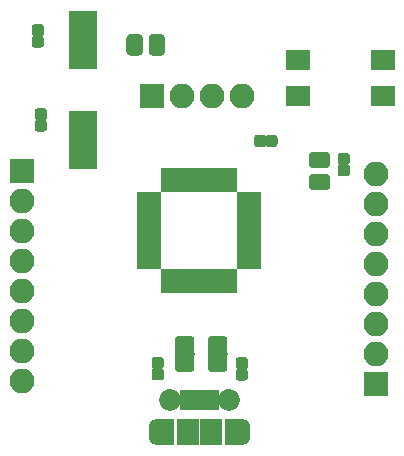
<source format=gbr>
G04 #@! TF.GenerationSoftware,KiCad,Pcbnew,(5.0.0)*
G04 #@! TF.CreationDate,2018-12-27T13:03:48-05:00*
G04 #@! TF.ProjectId,32u2-breakout,333275322D627265616B6F75742E6B69,rev?*
G04 #@! TF.SameCoordinates,Original*
G04 #@! TF.FileFunction,Soldermask,Top*
G04 #@! TF.FilePolarity,Negative*
%FSLAX46Y46*%
G04 Gerber Fmt 4.6, Leading zero omitted, Abs format (unit mm)*
G04 Created by KiCad (PCBNEW (5.0.0)) date 12/27/18 13:03:48*
%MOMM*%
%LPD*%
G01*
G04 APERTURE LIST*
%ADD10R,2.000000X1.800000*%
%ADD11C,0.100000*%
%ADD12C,0.990000*%
%ADD13C,1.375000*%
%ADD14C,1.650000*%
%ADD15R,2.100000X2.100000*%
%ADD16O,2.100000X2.100000*%
%ADD17R,1.900000X2.300000*%
%ADD18C,1.850000*%
%ADD19R,0.800000X1.750000*%
%ADD20O,1.600000X2.300000*%
%ADD21R,1.600000X2.300000*%
%ADD22R,2.400000X4.900000*%
%ADD23R,2.000000X0.950000*%
%ADD24R,0.950000X2.000000*%
G04 APERTURE END LIST*
D10*
G04 #@! TO.C,SW1*
X58376000Y-38584000D03*
X65576000Y-38584000D03*
X58376000Y-35584000D03*
X65576000Y-35584000D03*
G04 #@! TD*
D11*
G04 #@! TO.C,C2*
G36*
X36618759Y-32549192D02*
X36642785Y-32552756D01*
X36666345Y-32558657D01*
X36689214Y-32566840D01*
X36711171Y-32577224D01*
X36732004Y-32589711D01*
X36751512Y-32604180D01*
X36769509Y-32620491D01*
X36785820Y-32638488D01*
X36800289Y-32657996D01*
X36812776Y-32678829D01*
X36823160Y-32700786D01*
X36831343Y-32723655D01*
X36837244Y-32747215D01*
X36840808Y-32771241D01*
X36842000Y-32795500D01*
X36842000Y-33290500D01*
X36840808Y-33314759D01*
X36837244Y-33338785D01*
X36831343Y-33362345D01*
X36823160Y-33385214D01*
X36812776Y-33407171D01*
X36800289Y-33428004D01*
X36785820Y-33447512D01*
X36769509Y-33465509D01*
X36751512Y-33481820D01*
X36732004Y-33496289D01*
X36711171Y-33508776D01*
X36689214Y-33519160D01*
X36666345Y-33527343D01*
X36642785Y-33533244D01*
X36618759Y-33536808D01*
X36594500Y-33538000D01*
X36049500Y-33538000D01*
X36025241Y-33536808D01*
X36001215Y-33533244D01*
X35977655Y-33527343D01*
X35954786Y-33519160D01*
X35932829Y-33508776D01*
X35911996Y-33496289D01*
X35892488Y-33481820D01*
X35874491Y-33465509D01*
X35858180Y-33447512D01*
X35843711Y-33428004D01*
X35831224Y-33407171D01*
X35820840Y-33385214D01*
X35812657Y-33362345D01*
X35806756Y-33338785D01*
X35803192Y-33314759D01*
X35802000Y-33290500D01*
X35802000Y-32795500D01*
X35803192Y-32771241D01*
X35806756Y-32747215D01*
X35812657Y-32723655D01*
X35820840Y-32700786D01*
X35831224Y-32678829D01*
X35843711Y-32657996D01*
X35858180Y-32638488D01*
X35874491Y-32620491D01*
X35892488Y-32604180D01*
X35911996Y-32589711D01*
X35932829Y-32577224D01*
X35954786Y-32566840D01*
X35977655Y-32558657D01*
X36001215Y-32552756D01*
X36025241Y-32549192D01*
X36049500Y-32548000D01*
X36594500Y-32548000D01*
X36618759Y-32549192D01*
X36618759Y-32549192D01*
G37*
D12*
X36322000Y-33043000D03*
D11*
G36*
X36618759Y-33519192D02*
X36642785Y-33522756D01*
X36666345Y-33528657D01*
X36689214Y-33536840D01*
X36711171Y-33547224D01*
X36732004Y-33559711D01*
X36751512Y-33574180D01*
X36769509Y-33590491D01*
X36785820Y-33608488D01*
X36800289Y-33627996D01*
X36812776Y-33648829D01*
X36823160Y-33670786D01*
X36831343Y-33693655D01*
X36837244Y-33717215D01*
X36840808Y-33741241D01*
X36842000Y-33765500D01*
X36842000Y-34260500D01*
X36840808Y-34284759D01*
X36837244Y-34308785D01*
X36831343Y-34332345D01*
X36823160Y-34355214D01*
X36812776Y-34377171D01*
X36800289Y-34398004D01*
X36785820Y-34417512D01*
X36769509Y-34435509D01*
X36751512Y-34451820D01*
X36732004Y-34466289D01*
X36711171Y-34478776D01*
X36689214Y-34489160D01*
X36666345Y-34497343D01*
X36642785Y-34503244D01*
X36618759Y-34506808D01*
X36594500Y-34508000D01*
X36049500Y-34508000D01*
X36025241Y-34506808D01*
X36001215Y-34503244D01*
X35977655Y-34497343D01*
X35954786Y-34489160D01*
X35932829Y-34478776D01*
X35911996Y-34466289D01*
X35892488Y-34451820D01*
X35874491Y-34435509D01*
X35858180Y-34417512D01*
X35843711Y-34398004D01*
X35831224Y-34377171D01*
X35820840Y-34355214D01*
X35812657Y-34332345D01*
X35806756Y-34308785D01*
X35803192Y-34284759D01*
X35802000Y-34260500D01*
X35802000Y-33765500D01*
X35803192Y-33741241D01*
X35806756Y-33717215D01*
X35812657Y-33693655D01*
X35820840Y-33670786D01*
X35831224Y-33648829D01*
X35843711Y-33627996D01*
X35858180Y-33608488D01*
X35874491Y-33590491D01*
X35892488Y-33574180D01*
X35911996Y-33559711D01*
X35932829Y-33547224D01*
X35954786Y-33536840D01*
X35977655Y-33528657D01*
X36001215Y-33522756D01*
X36025241Y-33519192D01*
X36049500Y-33518000D01*
X36594500Y-33518000D01*
X36618759Y-33519192D01*
X36618759Y-33519192D01*
G37*
D12*
X36322000Y-34013000D03*
G04 #@! TD*
D11*
G04 #@! TO.C,C1*
G36*
X36872759Y-40631192D02*
X36896785Y-40634756D01*
X36920345Y-40640657D01*
X36943214Y-40648840D01*
X36965171Y-40659224D01*
X36986004Y-40671711D01*
X37005512Y-40686180D01*
X37023509Y-40702491D01*
X37039820Y-40720488D01*
X37054289Y-40739996D01*
X37066776Y-40760829D01*
X37077160Y-40782786D01*
X37085343Y-40805655D01*
X37091244Y-40829215D01*
X37094808Y-40853241D01*
X37096000Y-40877500D01*
X37096000Y-41372500D01*
X37094808Y-41396759D01*
X37091244Y-41420785D01*
X37085343Y-41444345D01*
X37077160Y-41467214D01*
X37066776Y-41489171D01*
X37054289Y-41510004D01*
X37039820Y-41529512D01*
X37023509Y-41547509D01*
X37005512Y-41563820D01*
X36986004Y-41578289D01*
X36965171Y-41590776D01*
X36943214Y-41601160D01*
X36920345Y-41609343D01*
X36896785Y-41615244D01*
X36872759Y-41618808D01*
X36848500Y-41620000D01*
X36303500Y-41620000D01*
X36279241Y-41618808D01*
X36255215Y-41615244D01*
X36231655Y-41609343D01*
X36208786Y-41601160D01*
X36186829Y-41590776D01*
X36165996Y-41578289D01*
X36146488Y-41563820D01*
X36128491Y-41547509D01*
X36112180Y-41529512D01*
X36097711Y-41510004D01*
X36085224Y-41489171D01*
X36074840Y-41467214D01*
X36066657Y-41444345D01*
X36060756Y-41420785D01*
X36057192Y-41396759D01*
X36056000Y-41372500D01*
X36056000Y-40877500D01*
X36057192Y-40853241D01*
X36060756Y-40829215D01*
X36066657Y-40805655D01*
X36074840Y-40782786D01*
X36085224Y-40760829D01*
X36097711Y-40739996D01*
X36112180Y-40720488D01*
X36128491Y-40702491D01*
X36146488Y-40686180D01*
X36165996Y-40671711D01*
X36186829Y-40659224D01*
X36208786Y-40648840D01*
X36231655Y-40640657D01*
X36255215Y-40634756D01*
X36279241Y-40631192D01*
X36303500Y-40630000D01*
X36848500Y-40630000D01*
X36872759Y-40631192D01*
X36872759Y-40631192D01*
G37*
D12*
X36576000Y-41125000D03*
D11*
G36*
X36872759Y-39661192D02*
X36896785Y-39664756D01*
X36920345Y-39670657D01*
X36943214Y-39678840D01*
X36965171Y-39689224D01*
X36986004Y-39701711D01*
X37005512Y-39716180D01*
X37023509Y-39732491D01*
X37039820Y-39750488D01*
X37054289Y-39769996D01*
X37066776Y-39790829D01*
X37077160Y-39812786D01*
X37085343Y-39835655D01*
X37091244Y-39859215D01*
X37094808Y-39883241D01*
X37096000Y-39907500D01*
X37096000Y-40402500D01*
X37094808Y-40426759D01*
X37091244Y-40450785D01*
X37085343Y-40474345D01*
X37077160Y-40497214D01*
X37066776Y-40519171D01*
X37054289Y-40540004D01*
X37039820Y-40559512D01*
X37023509Y-40577509D01*
X37005512Y-40593820D01*
X36986004Y-40608289D01*
X36965171Y-40620776D01*
X36943214Y-40631160D01*
X36920345Y-40639343D01*
X36896785Y-40645244D01*
X36872759Y-40648808D01*
X36848500Y-40650000D01*
X36303500Y-40650000D01*
X36279241Y-40648808D01*
X36255215Y-40645244D01*
X36231655Y-40639343D01*
X36208786Y-40631160D01*
X36186829Y-40620776D01*
X36165996Y-40608289D01*
X36146488Y-40593820D01*
X36128491Y-40577509D01*
X36112180Y-40559512D01*
X36097711Y-40540004D01*
X36085224Y-40519171D01*
X36074840Y-40497214D01*
X36066657Y-40474345D01*
X36060756Y-40450785D01*
X36057192Y-40426759D01*
X36056000Y-40402500D01*
X36056000Y-39907500D01*
X36057192Y-39883241D01*
X36060756Y-39859215D01*
X36066657Y-39835655D01*
X36074840Y-39812786D01*
X36085224Y-39790829D01*
X36097711Y-39769996D01*
X36112180Y-39750488D01*
X36128491Y-39732491D01*
X36146488Y-39716180D01*
X36165996Y-39701711D01*
X36186829Y-39689224D01*
X36208786Y-39678840D01*
X36231655Y-39670657D01*
X36255215Y-39664756D01*
X36279241Y-39661192D01*
X36303500Y-39660000D01*
X36848500Y-39660000D01*
X36872759Y-39661192D01*
X36872759Y-39661192D01*
G37*
D12*
X36576000Y-40155000D03*
G04 #@! TD*
D11*
G04 #@! TO.C,C4*
G36*
X46780943Y-33391655D02*
X46814312Y-33396605D01*
X46847035Y-33404802D01*
X46878797Y-33416166D01*
X46909293Y-33430590D01*
X46938227Y-33447932D01*
X46965323Y-33468028D01*
X46990318Y-33490682D01*
X47012972Y-33515677D01*
X47033068Y-33542773D01*
X47050410Y-33571707D01*
X47064834Y-33602203D01*
X47076198Y-33633965D01*
X47084395Y-33666688D01*
X47089345Y-33700057D01*
X47091000Y-33733750D01*
X47091000Y-34846250D01*
X47089345Y-34879943D01*
X47084395Y-34913312D01*
X47076198Y-34946035D01*
X47064834Y-34977797D01*
X47050410Y-35008293D01*
X47033068Y-35037227D01*
X47012972Y-35064323D01*
X46990318Y-35089318D01*
X46965323Y-35111972D01*
X46938227Y-35132068D01*
X46909293Y-35149410D01*
X46878797Y-35163834D01*
X46847035Y-35175198D01*
X46814312Y-35183395D01*
X46780943Y-35188345D01*
X46747250Y-35190000D01*
X46059750Y-35190000D01*
X46026057Y-35188345D01*
X45992688Y-35183395D01*
X45959965Y-35175198D01*
X45928203Y-35163834D01*
X45897707Y-35149410D01*
X45868773Y-35132068D01*
X45841677Y-35111972D01*
X45816682Y-35089318D01*
X45794028Y-35064323D01*
X45773932Y-35037227D01*
X45756590Y-35008293D01*
X45742166Y-34977797D01*
X45730802Y-34946035D01*
X45722605Y-34913312D01*
X45717655Y-34879943D01*
X45716000Y-34846250D01*
X45716000Y-33733750D01*
X45717655Y-33700057D01*
X45722605Y-33666688D01*
X45730802Y-33633965D01*
X45742166Y-33602203D01*
X45756590Y-33571707D01*
X45773932Y-33542773D01*
X45794028Y-33515677D01*
X45816682Y-33490682D01*
X45841677Y-33468028D01*
X45868773Y-33447932D01*
X45897707Y-33430590D01*
X45928203Y-33416166D01*
X45959965Y-33404802D01*
X45992688Y-33396605D01*
X46026057Y-33391655D01*
X46059750Y-33390000D01*
X46747250Y-33390000D01*
X46780943Y-33391655D01*
X46780943Y-33391655D01*
G37*
D13*
X46403500Y-34290000D03*
D11*
G36*
X44905943Y-33391655D02*
X44939312Y-33396605D01*
X44972035Y-33404802D01*
X45003797Y-33416166D01*
X45034293Y-33430590D01*
X45063227Y-33447932D01*
X45090323Y-33468028D01*
X45115318Y-33490682D01*
X45137972Y-33515677D01*
X45158068Y-33542773D01*
X45175410Y-33571707D01*
X45189834Y-33602203D01*
X45201198Y-33633965D01*
X45209395Y-33666688D01*
X45214345Y-33700057D01*
X45216000Y-33733750D01*
X45216000Y-34846250D01*
X45214345Y-34879943D01*
X45209395Y-34913312D01*
X45201198Y-34946035D01*
X45189834Y-34977797D01*
X45175410Y-35008293D01*
X45158068Y-35037227D01*
X45137972Y-35064323D01*
X45115318Y-35089318D01*
X45090323Y-35111972D01*
X45063227Y-35132068D01*
X45034293Y-35149410D01*
X45003797Y-35163834D01*
X44972035Y-35175198D01*
X44939312Y-35183395D01*
X44905943Y-35188345D01*
X44872250Y-35190000D01*
X44184750Y-35190000D01*
X44151057Y-35188345D01*
X44117688Y-35183395D01*
X44084965Y-35175198D01*
X44053203Y-35163834D01*
X44022707Y-35149410D01*
X43993773Y-35132068D01*
X43966677Y-35111972D01*
X43941682Y-35089318D01*
X43919028Y-35064323D01*
X43898932Y-35037227D01*
X43881590Y-35008293D01*
X43867166Y-34977797D01*
X43855802Y-34946035D01*
X43847605Y-34913312D01*
X43842655Y-34879943D01*
X43841000Y-34846250D01*
X43841000Y-33733750D01*
X43842655Y-33700057D01*
X43847605Y-33666688D01*
X43855802Y-33633965D01*
X43867166Y-33602203D01*
X43881590Y-33571707D01*
X43898932Y-33542773D01*
X43919028Y-33515677D01*
X43941682Y-33490682D01*
X43966677Y-33468028D01*
X43993773Y-33447932D01*
X44022707Y-33430590D01*
X44053203Y-33416166D01*
X44084965Y-33404802D01*
X44117688Y-33396605D01*
X44151057Y-33391655D01*
X44184750Y-33390000D01*
X44872250Y-33390000D01*
X44905943Y-33391655D01*
X44905943Y-33391655D01*
G37*
D13*
X44528500Y-34290000D03*
G04 #@! TD*
D11*
G04 #@! TO.C,C3*
G36*
X49295346Y-58928589D02*
X49327380Y-58933341D01*
X49358794Y-58941210D01*
X49389286Y-58952120D01*
X49418561Y-58965966D01*
X49446338Y-58982615D01*
X49472350Y-59001907D01*
X49496345Y-59023655D01*
X49518093Y-59047650D01*
X49537385Y-59073662D01*
X49554034Y-59101439D01*
X49567880Y-59130714D01*
X49578790Y-59161206D01*
X49586659Y-59192620D01*
X49591411Y-59224654D01*
X49593000Y-59257000D01*
X49593000Y-61647000D01*
X49591411Y-61679346D01*
X49586659Y-61711380D01*
X49578790Y-61742794D01*
X49567880Y-61773286D01*
X49554034Y-61802561D01*
X49537385Y-61830338D01*
X49518093Y-61856350D01*
X49496345Y-61880345D01*
X49472350Y-61902093D01*
X49446338Y-61921385D01*
X49418561Y-61938034D01*
X49389286Y-61951880D01*
X49358794Y-61962790D01*
X49327380Y-61970659D01*
X49295346Y-61975411D01*
X49263000Y-61977000D01*
X48273000Y-61977000D01*
X48240654Y-61975411D01*
X48208620Y-61970659D01*
X48177206Y-61962790D01*
X48146714Y-61951880D01*
X48117439Y-61938034D01*
X48089662Y-61921385D01*
X48063650Y-61902093D01*
X48039655Y-61880345D01*
X48017907Y-61856350D01*
X47998615Y-61830338D01*
X47981966Y-61802561D01*
X47968120Y-61773286D01*
X47957210Y-61742794D01*
X47949341Y-61711380D01*
X47944589Y-61679346D01*
X47943000Y-61647000D01*
X47943000Y-59257000D01*
X47944589Y-59224654D01*
X47949341Y-59192620D01*
X47957210Y-59161206D01*
X47968120Y-59130714D01*
X47981966Y-59101439D01*
X47998615Y-59073662D01*
X48017907Y-59047650D01*
X48039655Y-59023655D01*
X48063650Y-59001907D01*
X48089662Y-58982615D01*
X48117439Y-58965966D01*
X48146714Y-58952120D01*
X48177206Y-58941210D01*
X48208620Y-58933341D01*
X48240654Y-58928589D01*
X48273000Y-58927000D01*
X49263000Y-58927000D01*
X49295346Y-58928589D01*
X49295346Y-58928589D01*
G37*
D14*
X48768000Y-60452000D03*
D11*
G36*
X52095346Y-58928589D02*
X52127380Y-58933341D01*
X52158794Y-58941210D01*
X52189286Y-58952120D01*
X52218561Y-58965966D01*
X52246338Y-58982615D01*
X52272350Y-59001907D01*
X52296345Y-59023655D01*
X52318093Y-59047650D01*
X52337385Y-59073662D01*
X52354034Y-59101439D01*
X52367880Y-59130714D01*
X52378790Y-59161206D01*
X52386659Y-59192620D01*
X52391411Y-59224654D01*
X52393000Y-59257000D01*
X52393000Y-61647000D01*
X52391411Y-61679346D01*
X52386659Y-61711380D01*
X52378790Y-61742794D01*
X52367880Y-61773286D01*
X52354034Y-61802561D01*
X52337385Y-61830338D01*
X52318093Y-61856350D01*
X52296345Y-61880345D01*
X52272350Y-61902093D01*
X52246338Y-61921385D01*
X52218561Y-61938034D01*
X52189286Y-61951880D01*
X52158794Y-61962790D01*
X52127380Y-61970659D01*
X52095346Y-61975411D01*
X52063000Y-61977000D01*
X51073000Y-61977000D01*
X51040654Y-61975411D01*
X51008620Y-61970659D01*
X50977206Y-61962790D01*
X50946714Y-61951880D01*
X50917439Y-61938034D01*
X50889662Y-61921385D01*
X50863650Y-61902093D01*
X50839655Y-61880345D01*
X50817907Y-61856350D01*
X50798615Y-61830338D01*
X50781966Y-61802561D01*
X50768120Y-61773286D01*
X50757210Y-61742794D01*
X50749341Y-61711380D01*
X50744589Y-61679346D01*
X50743000Y-61647000D01*
X50743000Y-59257000D01*
X50744589Y-59224654D01*
X50749341Y-59192620D01*
X50757210Y-59161206D01*
X50768120Y-59130714D01*
X50781966Y-59101439D01*
X50798615Y-59073662D01*
X50817907Y-59047650D01*
X50839655Y-59023655D01*
X50863650Y-59001907D01*
X50889662Y-58982615D01*
X50917439Y-58965966D01*
X50946714Y-58952120D01*
X50977206Y-58941210D01*
X51008620Y-58933341D01*
X51040654Y-58928589D01*
X51073000Y-58927000D01*
X52063000Y-58927000D01*
X52095346Y-58928589D01*
X52095346Y-58928589D01*
G37*
D14*
X51568000Y-60452000D03*
G04 #@! TD*
D15*
G04 #@! TO.C,J3*
X45974000Y-38608000D03*
D16*
X48514000Y-38608000D03*
X51054000Y-38608000D03*
X53594000Y-38608000D03*
G04 #@! TD*
G04 #@! TO.C,J2*
X35000000Y-62780000D03*
X35000000Y-60240000D03*
X35000000Y-57700000D03*
X35000000Y-55160000D03*
X35000000Y-52620000D03*
X35000000Y-50080000D03*
X35000000Y-47540000D03*
D15*
X35000000Y-45000000D03*
G04 #@! TD*
G04 #@! TO.C,J1*
X65000000Y-63000000D03*
D16*
X65000000Y-60460000D03*
X65000000Y-57920000D03*
X65000000Y-55380000D03*
X65000000Y-52840000D03*
X65000000Y-50300000D03*
X65000000Y-47760000D03*
X65000000Y-45220000D03*
G04 #@! TD*
D17*
G04 #@! TO.C,J4*
X51038000Y-67023500D03*
D18*
X47538000Y-64323500D03*
D19*
X49388000Y-64323500D03*
X48738000Y-64323500D03*
X51338000Y-64323500D03*
X50688000Y-64323500D03*
X50038000Y-64323500D03*
D18*
X52538000Y-64323500D03*
D17*
X49038000Y-67023500D03*
D20*
X46538000Y-67023500D03*
X53538000Y-67023500D03*
D21*
X52938000Y-67023500D03*
X47138000Y-67023500D03*
G04 #@! TD*
D22*
G04 #@! TO.C,Y1*
X40132000Y-42350000D03*
X40132000Y-33850000D03*
G04 #@! TD*
D11*
G04 #@! TO.C,D1*
G36*
X60787943Y-45209655D02*
X60821312Y-45214605D01*
X60854035Y-45222802D01*
X60885797Y-45234166D01*
X60916293Y-45248590D01*
X60945227Y-45265932D01*
X60972323Y-45286028D01*
X60997318Y-45308682D01*
X61019972Y-45333677D01*
X61040068Y-45360773D01*
X61057410Y-45389707D01*
X61071834Y-45420203D01*
X61083198Y-45451965D01*
X61091395Y-45484688D01*
X61096345Y-45518057D01*
X61098000Y-45551750D01*
X61098000Y-46239250D01*
X61096345Y-46272943D01*
X61091395Y-46306312D01*
X61083198Y-46339035D01*
X61071834Y-46370797D01*
X61057410Y-46401293D01*
X61040068Y-46430227D01*
X61019972Y-46457323D01*
X60997318Y-46482318D01*
X60972323Y-46504972D01*
X60945227Y-46525068D01*
X60916293Y-46542410D01*
X60885797Y-46556834D01*
X60854035Y-46568198D01*
X60821312Y-46576395D01*
X60787943Y-46581345D01*
X60754250Y-46583000D01*
X59641750Y-46583000D01*
X59608057Y-46581345D01*
X59574688Y-46576395D01*
X59541965Y-46568198D01*
X59510203Y-46556834D01*
X59479707Y-46542410D01*
X59450773Y-46525068D01*
X59423677Y-46504972D01*
X59398682Y-46482318D01*
X59376028Y-46457323D01*
X59355932Y-46430227D01*
X59338590Y-46401293D01*
X59324166Y-46370797D01*
X59312802Y-46339035D01*
X59304605Y-46306312D01*
X59299655Y-46272943D01*
X59298000Y-46239250D01*
X59298000Y-45551750D01*
X59299655Y-45518057D01*
X59304605Y-45484688D01*
X59312802Y-45451965D01*
X59324166Y-45420203D01*
X59338590Y-45389707D01*
X59355932Y-45360773D01*
X59376028Y-45333677D01*
X59398682Y-45308682D01*
X59423677Y-45286028D01*
X59450773Y-45265932D01*
X59479707Y-45248590D01*
X59510203Y-45234166D01*
X59541965Y-45222802D01*
X59574688Y-45214605D01*
X59608057Y-45209655D01*
X59641750Y-45208000D01*
X60754250Y-45208000D01*
X60787943Y-45209655D01*
X60787943Y-45209655D01*
G37*
D13*
X60198000Y-45895500D03*
D11*
G36*
X60787943Y-43334655D02*
X60821312Y-43339605D01*
X60854035Y-43347802D01*
X60885797Y-43359166D01*
X60916293Y-43373590D01*
X60945227Y-43390932D01*
X60972323Y-43411028D01*
X60997318Y-43433682D01*
X61019972Y-43458677D01*
X61040068Y-43485773D01*
X61057410Y-43514707D01*
X61071834Y-43545203D01*
X61083198Y-43576965D01*
X61091395Y-43609688D01*
X61096345Y-43643057D01*
X61098000Y-43676750D01*
X61098000Y-44364250D01*
X61096345Y-44397943D01*
X61091395Y-44431312D01*
X61083198Y-44464035D01*
X61071834Y-44495797D01*
X61057410Y-44526293D01*
X61040068Y-44555227D01*
X61019972Y-44582323D01*
X60997318Y-44607318D01*
X60972323Y-44629972D01*
X60945227Y-44650068D01*
X60916293Y-44667410D01*
X60885797Y-44681834D01*
X60854035Y-44693198D01*
X60821312Y-44701395D01*
X60787943Y-44706345D01*
X60754250Y-44708000D01*
X59641750Y-44708000D01*
X59608057Y-44706345D01*
X59574688Y-44701395D01*
X59541965Y-44693198D01*
X59510203Y-44681834D01*
X59479707Y-44667410D01*
X59450773Y-44650068D01*
X59423677Y-44629972D01*
X59398682Y-44607318D01*
X59376028Y-44582323D01*
X59355932Y-44555227D01*
X59338590Y-44526293D01*
X59324166Y-44495797D01*
X59312802Y-44464035D01*
X59304605Y-44431312D01*
X59299655Y-44397943D01*
X59298000Y-44364250D01*
X59298000Y-43676750D01*
X59299655Y-43643057D01*
X59304605Y-43609688D01*
X59312802Y-43576965D01*
X59324166Y-43545203D01*
X59338590Y-43514707D01*
X59355932Y-43485773D01*
X59376028Y-43458677D01*
X59398682Y-43433682D01*
X59423677Y-43411028D01*
X59450773Y-43390932D01*
X59479707Y-43373590D01*
X59510203Y-43359166D01*
X59541965Y-43347802D01*
X59574688Y-43339605D01*
X59608057Y-43334655D01*
X59641750Y-43333000D01*
X60754250Y-43333000D01*
X60787943Y-43334655D01*
X60787943Y-43334655D01*
G37*
D13*
X60198000Y-44020500D03*
G04 #@! TD*
D23*
G04 #@! TO.C,U1*
X45750000Y-47200000D03*
X45750000Y-48000000D03*
X45750000Y-48800000D03*
X45750000Y-49600000D03*
X45750000Y-50400000D03*
X45750000Y-51200000D03*
X45750000Y-52000000D03*
X45750000Y-52800000D03*
D24*
X47200000Y-54250000D03*
X48000000Y-54250000D03*
X48800000Y-54250000D03*
X49600000Y-54250000D03*
X50400000Y-54250000D03*
X51200000Y-54250000D03*
X52000000Y-54250000D03*
X52800000Y-54250000D03*
D23*
X54250000Y-52800000D03*
X54250000Y-52000000D03*
X54250000Y-51200000D03*
X54250000Y-50400000D03*
X54250000Y-49600000D03*
X54250000Y-48800000D03*
X54250000Y-48000000D03*
X54250000Y-47200000D03*
D24*
X52800000Y-45750000D03*
X52000000Y-45750000D03*
X51200000Y-45750000D03*
X50400000Y-45750000D03*
X49600000Y-45750000D03*
X48800000Y-45750000D03*
X48000000Y-45750000D03*
X47200000Y-45750000D03*
G04 #@! TD*
D11*
G04 #@! TO.C,R4*
G36*
X56405759Y-41899192D02*
X56429785Y-41902756D01*
X56453345Y-41908657D01*
X56476214Y-41916840D01*
X56498171Y-41927224D01*
X56519004Y-41939711D01*
X56538512Y-41954180D01*
X56556509Y-41970491D01*
X56572820Y-41988488D01*
X56587289Y-42007996D01*
X56599776Y-42028829D01*
X56610160Y-42050786D01*
X56618343Y-42073655D01*
X56624244Y-42097215D01*
X56627808Y-42121241D01*
X56629000Y-42145500D01*
X56629000Y-42690500D01*
X56627808Y-42714759D01*
X56624244Y-42738785D01*
X56618343Y-42762345D01*
X56610160Y-42785214D01*
X56599776Y-42807171D01*
X56587289Y-42828004D01*
X56572820Y-42847512D01*
X56556509Y-42865509D01*
X56538512Y-42881820D01*
X56519004Y-42896289D01*
X56498171Y-42908776D01*
X56476214Y-42919160D01*
X56453345Y-42927343D01*
X56429785Y-42933244D01*
X56405759Y-42936808D01*
X56381500Y-42938000D01*
X55886500Y-42938000D01*
X55862241Y-42936808D01*
X55838215Y-42933244D01*
X55814655Y-42927343D01*
X55791786Y-42919160D01*
X55769829Y-42908776D01*
X55748996Y-42896289D01*
X55729488Y-42881820D01*
X55711491Y-42865509D01*
X55695180Y-42847512D01*
X55680711Y-42828004D01*
X55668224Y-42807171D01*
X55657840Y-42785214D01*
X55649657Y-42762345D01*
X55643756Y-42738785D01*
X55640192Y-42714759D01*
X55639000Y-42690500D01*
X55639000Y-42145500D01*
X55640192Y-42121241D01*
X55643756Y-42097215D01*
X55649657Y-42073655D01*
X55657840Y-42050786D01*
X55668224Y-42028829D01*
X55680711Y-42007996D01*
X55695180Y-41988488D01*
X55711491Y-41970491D01*
X55729488Y-41954180D01*
X55748996Y-41939711D01*
X55769829Y-41927224D01*
X55791786Y-41916840D01*
X55814655Y-41908657D01*
X55838215Y-41902756D01*
X55862241Y-41899192D01*
X55886500Y-41898000D01*
X56381500Y-41898000D01*
X56405759Y-41899192D01*
X56405759Y-41899192D01*
G37*
D12*
X56134000Y-42418000D03*
D11*
G36*
X55435759Y-41899192D02*
X55459785Y-41902756D01*
X55483345Y-41908657D01*
X55506214Y-41916840D01*
X55528171Y-41927224D01*
X55549004Y-41939711D01*
X55568512Y-41954180D01*
X55586509Y-41970491D01*
X55602820Y-41988488D01*
X55617289Y-42007996D01*
X55629776Y-42028829D01*
X55640160Y-42050786D01*
X55648343Y-42073655D01*
X55654244Y-42097215D01*
X55657808Y-42121241D01*
X55659000Y-42145500D01*
X55659000Y-42690500D01*
X55657808Y-42714759D01*
X55654244Y-42738785D01*
X55648343Y-42762345D01*
X55640160Y-42785214D01*
X55629776Y-42807171D01*
X55617289Y-42828004D01*
X55602820Y-42847512D01*
X55586509Y-42865509D01*
X55568512Y-42881820D01*
X55549004Y-42896289D01*
X55528171Y-42908776D01*
X55506214Y-42919160D01*
X55483345Y-42927343D01*
X55459785Y-42933244D01*
X55435759Y-42936808D01*
X55411500Y-42938000D01*
X54916500Y-42938000D01*
X54892241Y-42936808D01*
X54868215Y-42933244D01*
X54844655Y-42927343D01*
X54821786Y-42919160D01*
X54799829Y-42908776D01*
X54778996Y-42896289D01*
X54759488Y-42881820D01*
X54741491Y-42865509D01*
X54725180Y-42847512D01*
X54710711Y-42828004D01*
X54698224Y-42807171D01*
X54687840Y-42785214D01*
X54679657Y-42762345D01*
X54673756Y-42738785D01*
X54670192Y-42714759D01*
X54669000Y-42690500D01*
X54669000Y-42145500D01*
X54670192Y-42121241D01*
X54673756Y-42097215D01*
X54679657Y-42073655D01*
X54687840Y-42050786D01*
X54698224Y-42028829D01*
X54710711Y-42007996D01*
X54725180Y-41988488D01*
X54741491Y-41970491D01*
X54759488Y-41954180D01*
X54778996Y-41939711D01*
X54799829Y-41927224D01*
X54821786Y-41916840D01*
X54844655Y-41908657D01*
X54868215Y-41902756D01*
X54892241Y-41899192D01*
X54916500Y-41898000D01*
X55411500Y-41898000D01*
X55435759Y-41899192D01*
X55435759Y-41899192D01*
G37*
D12*
X55164000Y-42418000D03*
G04 #@! TD*
D11*
G04 #@! TO.C,R3*
G36*
X62526759Y-44418192D02*
X62550785Y-44421756D01*
X62574345Y-44427657D01*
X62597214Y-44435840D01*
X62619171Y-44446224D01*
X62640004Y-44458711D01*
X62659512Y-44473180D01*
X62677509Y-44489491D01*
X62693820Y-44507488D01*
X62708289Y-44526996D01*
X62720776Y-44547829D01*
X62731160Y-44569786D01*
X62739343Y-44592655D01*
X62745244Y-44616215D01*
X62748808Y-44640241D01*
X62750000Y-44664500D01*
X62750000Y-45159500D01*
X62748808Y-45183759D01*
X62745244Y-45207785D01*
X62739343Y-45231345D01*
X62731160Y-45254214D01*
X62720776Y-45276171D01*
X62708289Y-45297004D01*
X62693820Y-45316512D01*
X62677509Y-45334509D01*
X62659512Y-45350820D01*
X62640004Y-45365289D01*
X62619171Y-45377776D01*
X62597214Y-45388160D01*
X62574345Y-45396343D01*
X62550785Y-45402244D01*
X62526759Y-45405808D01*
X62502500Y-45407000D01*
X61957500Y-45407000D01*
X61933241Y-45405808D01*
X61909215Y-45402244D01*
X61885655Y-45396343D01*
X61862786Y-45388160D01*
X61840829Y-45377776D01*
X61819996Y-45365289D01*
X61800488Y-45350820D01*
X61782491Y-45334509D01*
X61766180Y-45316512D01*
X61751711Y-45297004D01*
X61739224Y-45276171D01*
X61728840Y-45254214D01*
X61720657Y-45231345D01*
X61714756Y-45207785D01*
X61711192Y-45183759D01*
X61710000Y-45159500D01*
X61710000Y-44664500D01*
X61711192Y-44640241D01*
X61714756Y-44616215D01*
X61720657Y-44592655D01*
X61728840Y-44569786D01*
X61739224Y-44547829D01*
X61751711Y-44526996D01*
X61766180Y-44507488D01*
X61782491Y-44489491D01*
X61800488Y-44473180D01*
X61819996Y-44458711D01*
X61840829Y-44446224D01*
X61862786Y-44435840D01*
X61885655Y-44427657D01*
X61909215Y-44421756D01*
X61933241Y-44418192D01*
X61957500Y-44417000D01*
X62502500Y-44417000D01*
X62526759Y-44418192D01*
X62526759Y-44418192D01*
G37*
D12*
X62230000Y-44912000D03*
D11*
G36*
X62526759Y-43448192D02*
X62550785Y-43451756D01*
X62574345Y-43457657D01*
X62597214Y-43465840D01*
X62619171Y-43476224D01*
X62640004Y-43488711D01*
X62659512Y-43503180D01*
X62677509Y-43519491D01*
X62693820Y-43537488D01*
X62708289Y-43556996D01*
X62720776Y-43577829D01*
X62731160Y-43599786D01*
X62739343Y-43622655D01*
X62745244Y-43646215D01*
X62748808Y-43670241D01*
X62750000Y-43694500D01*
X62750000Y-44189500D01*
X62748808Y-44213759D01*
X62745244Y-44237785D01*
X62739343Y-44261345D01*
X62731160Y-44284214D01*
X62720776Y-44306171D01*
X62708289Y-44327004D01*
X62693820Y-44346512D01*
X62677509Y-44364509D01*
X62659512Y-44380820D01*
X62640004Y-44395289D01*
X62619171Y-44407776D01*
X62597214Y-44418160D01*
X62574345Y-44426343D01*
X62550785Y-44432244D01*
X62526759Y-44435808D01*
X62502500Y-44437000D01*
X61957500Y-44437000D01*
X61933241Y-44435808D01*
X61909215Y-44432244D01*
X61885655Y-44426343D01*
X61862786Y-44418160D01*
X61840829Y-44407776D01*
X61819996Y-44395289D01*
X61800488Y-44380820D01*
X61782491Y-44364509D01*
X61766180Y-44346512D01*
X61751711Y-44327004D01*
X61739224Y-44306171D01*
X61728840Y-44284214D01*
X61720657Y-44261345D01*
X61714756Y-44237785D01*
X61711192Y-44213759D01*
X61710000Y-44189500D01*
X61710000Y-43694500D01*
X61711192Y-43670241D01*
X61714756Y-43646215D01*
X61720657Y-43622655D01*
X61728840Y-43599786D01*
X61739224Y-43577829D01*
X61751711Y-43556996D01*
X61766180Y-43537488D01*
X61782491Y-43519491D01*
X61800488Y-43503180D01*
X61819996Y-43488711D01*
X61840829Y-43476224D01*
X61862786Y-43465840D01*
X61885655Y-43457657D01*
X61909215Y-43451756D01*
X61933241Y-43448192D01*
X61957500Y-43447000D01*
X62502500Y-43447000D01*
X62526759Y-43448192D01*
X62526759Y-43448192D01*
G37*
D12*
X62230000Y-43942000D03*
G04 #@! TD*
D11*
G04 #@! TO.C,R2*
G36*
X46778759Y-61690192D02*
X46802785Y-61693756D01*
X46826345Y-61699657D01*
X46849214Y-61707840D01*
X46871171Y-61718224D01*
X46892004Y-61730711D01*
X46911512Y-61745180D01*
X46929509Y-61761491D01*
X46945820Y-61779488D01*
X46960289Y-61798996D01*
X46972776Y-61819829D01*
X46983160Y-61841786D01*
X46991343Y-61864655D01*
X46997244Y-61888215D01*
X47000808Y-61912241D01*
X47002000Y-61936500D01*
X47002000Y-62431500D01*
X47000808Y-62455759D01*
X46997244Y-62479785D01*
X46991343Y-62503345D01*
X46983160Y-62526214D01*
X46972776Y-62548171D01*
X46960289Y-62569004D01*
X46945820Y-62588512D01*
X46929509Y-62606509D01*
X46911512Y-62622820D01*
X46892004Y-62637289D01*
X46871171Y-62649776D01*
X46849214Y-62660160D01*
X46826345Y-62668343D01*
X46802785Y-62674244D01*
X46778759Y-62677808D01*
X46754500Y-62679000D01*
X46209500Y-62679000D01*
X46185241Y-62677808D01*
X46161215Y-62674244D01*
X46137655Y-62668343D01*
X46114786Y-62660160D01*
X46092829Y-62649776D01*
X46071996Y-62637289D01*
X46052488Y-62622820D01*
X46034491Y-62606509D01*
X46018180Y-62588512D01*
X46003711Y-62569004D01*
X45991224Y-62548171D01*
X45980840Y-62526214D01*
X45972657Y-62503345D01*
X45966756Y-62479785D01*
X45963192Y-62455759D01*
X45962000Y-62431500D01*
X45962000Y-61936500D01*
X45963192Y-61912241D01*
X45966756Y-61888215D01*
X45972657Y-61864655D01*
X45980840Y-61841786D01*
X45991224Y-61819829D01*
X46003711Y-61798996D01*
X46018180Y-61779488D01*
X46034491Y-61761491D01*
X46052488Y-61745180D01*
X46071996Y-61730711D01*
X46092829Y-61718224D01*
X46114786Y-61707840D01*
X46137655Y-61699657D01*
X46161215Y-61693756D01*
X46185241Y-61690192D01*
X46209500Y-61689000D01*
X46754500Y-61689000D01*
X46778759Y-61690192D01*
X46778759Y-61690192D01*
G37*
D12*
X46482000Y-62184000D03*
D11*
G36*
X46778759Y-60720192D02*
X46802785Y-60723756D01*
X46826345Y-60729657D01*
X46849214Y-60737840D01*
X46871171Y-60748224D01*
X46892004Y-60760711D01*
X46911512Y-60775180D01*
X46929509Y-60791491D01*
X46945820Y-60809488D01*
X46960289Y-60828996D01*
X46972776Y-60849829D01*
X46983160Y-60871786D01*
X46991343Y-60894655D01*
X46997244Y-60918215D01*
X47000808Y-60942241D01*
X47002000Y-60966500D01*
X47002000Y-61461500D01*
X47000808Y-61485759D01*
X46997244Y-61509785D01*
X46991343Y-61533345D01*
X46983160Y-61556214D01*
X46972776Y-61578171D01*
X46960289Y-61599004D01*
X46945820Y-61618512D01*
X46929509Y-61636509D01*
X46911512Y-61652820D01*
X46892004Y-61667289D01*
X46871171Y-61679776D01*
X46849214Y-61690160D01*
X46826345Y-61698343D01*
X46802785Y-61704244D01*
X46778759Y-61707808D01*
X46754500Y-61709000D01*
X46209500Y-61709000D01*
X46185241Y-61707808D01*
X46161215Y-61704244D01*
X46137655Y-61698343D01*
X46114786Y-61690160D01*
X46092829Y-61679776D01*
X46071996Y-61667289D01*
X46052488Y-61652820D01*
X46034491Y-61636509D01*
X46018180Y-61618512D01*
X46003711Y-61599004D01*
X45991224Y-61578171D01*
X45980840Y-61556214D01*
X45972657Y-61533345D01*
X45966756Y-61509785D01*
X45963192Y-61485759D01*
X45962000Y-61461500D01*
X45962000Y-60966500D01*
X45963192Y-60942241D01*
X45966756Y-60918215D01*
X45972657Y-60894655D01*
X45980840Y-60871786D01*
X45991224Y-60849829D01*
X46003711Y-60828996D01*
X46018180Y-60809488D01*
X46034491Y-60791491D01*
X46052488Y-60775180D01*
X46071996Y-60760711D01*
X46092829Y-60748224D01*
X46114786Y-60737840D01*
X46137655Y-60729657D01*
X46161215Y-60723756D01*
X46185241Y-60720192D01*
X46209500Y-60719000D01*
X46754500Y-60719000D01*
X46778759Y-60720192D01*
X46778759Y-60720192D01*
G37*
D12*
X46482000Y-61214000D03*
G04 #@! TD*
D11*
G04 #@! TO.C,R1*
G36*
X53890759Y-60743192D02*
X53914785Y-60746756D01*
X53938345Y-60752657D01*
X53961214Y-60760840D01*
X53983171Y-60771224D01*
X54004004Y-60783711D01*
X54023512Y-60798180D01*
X54041509Y-60814491D01*
X54057820Y-60832488D01*
X54072289Y-60851996D01*
X54084776Y-60872829D01*
X54095160Y-60894786D01*
X54103343Y-60917655D01*
X54109244Y-60941215D01*
X54112808Y-60965241D01*
X54114000Y-60989500D01*
X54114000Y-61484500D01*
X54112808Y-61508759D01*
X54109244Y-61532785D01*
X54103343Y-61556345D01*
X54095160Y-61579214D01*
X54084776Y-61601171D01*
X54072289Y-61622004D01*
X54057820Y-61641512D01*
X54041509Y-61659509D01*
X54023512Y-61675820D01*
X54004004Y-61690289D01*
X53983171Y-61702776D01*
X53961214Y-61713160D01*
X53938345Y-61721343D01*
X53914785Y-61727244D01*
X53890759Y-61730808D01*
X53866500Y-61732000D01*
X53321500Y-61732000D01*
X53297241Y-61730808D01*
X53273215Y-61727244D01*
X53249655Y-61721343D01*
X53226786Y-61713160D01*
X53204829Y-61702776D01*
X53183996Y-61690289D01*
X53164488Y-61675820D01*
X53146491Y-61659509D01*
X53130180Y-61641512D01*
X53115711Y-61622004D01*
X53103224Y-61601171D01*
X53092840Y-61579214D01*
X53084657Y-61556345D01*
X53078756Y-61532785D01*
X53075192Y-61508759D01*
X53074000Y-61484500D01*
X53074000Y-60989500D01*
X53075192Y-60965241D01*
X53078756Y-60941215D01*
X53084657Y-60917655D01*
X53092840Y-60894786D01*
X53103224Y-60872829D01*
X53115711Y-60851996D01*
X53130180Y-60832488D01*
X53146491Y-60814491D01*
X53164488Y-60798180D01*
X53183996Y-60783711D01*
X53204829Y-60771224D01*
X53226786Y-60760840D01*
X53249655Y-60752657D01*
X53273215Y-60746756D01*
X53297241Y-60743192D01*
X53321500Y-60742000D01*
X53866500Y-60742000D01*
X53890759Y-60743192D01*
X53890759Y-60743192D01*
G37*
D12*
X53594000Y-61237000D03*
D11*
G36*
X53890759Y-61713192D02*
X53914785Y-61716756D01*
X53938345Y-61722657D01*
X53961214Y-61730840D01*
X53983171Y-61741224D01*
X54004004Y-61753711D01*
X54023512Y-61768180D01*
X54041509Y-61784491D01*
X54057820Y-61802488D01*
X54072289Y-61821996D01*
X54084776Y-61842829D01*
X54095160Y-61864786D01*
X54103343Y-61887655D01*
X54109244Y-61911215D01*
X54112808Y-61935241D01*
X54114000Y-61959500D01*
X54114000Y-62454500D01*
X54112808Y-62478759D01*
X54109244Y-62502785D01*
X54103343Y-62526345D01*
X54095160Y-62549214D01*
X54084776Y-62571171D01*
X54072289Y-62592004D01*
X54057820Y-62611512D01*
X54041509Y-62629509D01*
X54023512Y-62645820D01*
X54004004Y-62660289D01*
X53983171Y-62672776D01*
X53961214Y-62683160D01*
X53938345Y-62691343D01*
X53914785Y-62697244D01*
X53890759Y-62700808D01*
X53866500Y-62702000D01*
X53321500Y-62702000D01*
X53297241Y-62700808D01*
X53273215Y-62697244D01*
X53249655Y-62691343D01*
X53226786Y-62683160D01*
X53204829Y-62672776D01*
X53183996Y-62660289D01*
X53164488Y-62645820D01*
X53146491Y-62629509D01*
X53130180Y-62611512D01*
X53115711Y-62592004D01*
X53103224Y-62571171D01*
X53092840Y-62549214D01*
X53084657Y-62526345D01*
X53078756Y-62502785D01*
X53075192Y-62478759D01*
X53074000Y-62454500D01*
X53074000Y-61959500D01*
X53075192Y-61935241D01*
X53078756Y-61911215D01*
X53084657Y-61887655D01*
X53092840Y-61864786D01*
X53103224Y-61842829D01*
X53115711Y-61821996D01*
X53130180Y-61802488D01*
X53146491Y-61784491D01*
X53164488Y-61768180D01*
X53183996Y-61753711D01*
X53204829Y-61741224D01*
X53226786Y-61730840D01*
X53249655Y-61722657D01*
X53273215Y-61716756D01*
X53297241Y-61713192D01*
X53321500Y-61712000D01*
X53866500Y-61712000D01*
X53890759Y-61713192D01*
X53890759Y-61713192D01*
G37*
D12*
X53594000Y-62207000D03*
G04 #@! TD*
M02*

</source>
